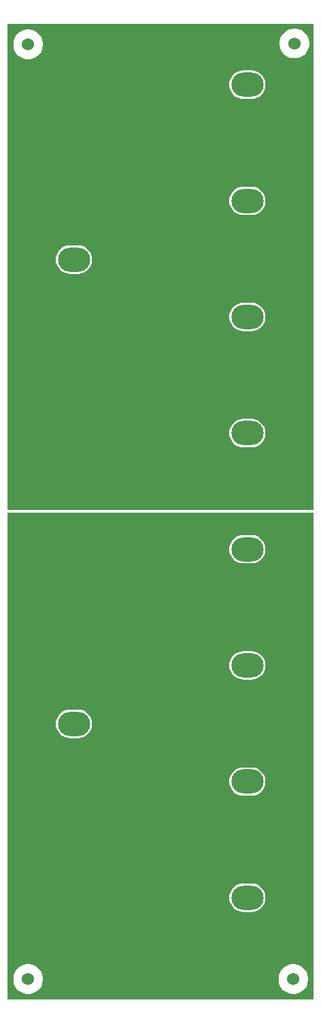
<source format=gbl>
G04*
G04 #@! TF.GenerationSoftware,Altium Limited,CircuitMaker,2.0.3 (51)*
G04*
G04 Layer_Physical_Order=2*
G04 Layer_Color=11436288*
%FSAX24Y24*%
%MOIN*%
G70*
G04*
G04 #@! TF.SameCoordinates,AC49E966-F875-4E81-9CB4-5C45FD5EEA16*
G04*
G04*
G04 #@! TF.FilePolarity,Positive*
G04*
G01*
G75*
%ADD13C,0.0100*%
%ADD18O,0.1575X0.1181*%
%ADD19C,0.0600*%
G36*
X051600Y002300D02*
X036600D01*
Y026100D01*
X051600D01*
Y002300D01*
D02*
G37*
G36*
Y026250D02*
X036600D01*
Y050000D01*
X051600D01*
Y026250D01*
D02*
G37*
%LPC*%
G36*
X048547Y025014D02*
X048153D01*
X048018Y025001D01*
X047888Y024961D01*
X047768Y024897D01*
X047662Y024811D01*
X047576Y024705D01*
X047512Y024586D01*
X047473Y024455D01*
X047459Y024320D01*
X047473Y024185D01*
X047512Y024054D01*
X047576Y023934D01*
X047662Y023829D01*
X047768Y023743D01*
X047888Y023679D01*
X048018Y023639D01*
X048153Y023626D01*
X048547D01*
X048682Y023639D01*
X048812Y023679D01*
X048932Y023743D01*
X049038Y023829D01*
X049124Y023934D01*
X049188Y024054D01*
X049227Y024185D01*
X049241Y024320D01*
X049227Y024455D01*
X049188Y024586D01*
X049124Y024705D01*
X049038Y024811D01*
X048932Y024897D01*
X048812Y024961D01*
X048682Y025001D01*
X048547Y025014D01*
D02*
G37*
G36*
Y019335D02*
X048153D01*
X048018Y019322D01*
X047888Y019282D01*
X047768Y019218D01*
X047662Y019132D01*
X047576Y019027D01*
X047512Y018907D01*
X047473Y018777D01*
X047459Y018641D01*
X047473Y018506D01*
X047512Y018376D01*
X047576Y018256D01*
X047662Y018151D01*
X047768Y018064D01*
X047888Y018000D01*
X048018Y017961D01*
X048153Y017947D01*
X048547D01*
X048682Y017961D01*
X048812Y018000D01*
X048932Y018064D01*
X049038Y018151D01*
X049124Y018256D01*
X049188Y018376D01*
X049227Y018506D01*
X049241Y018641D01*
X049227Y018777D01*
X049188Y018907D01*
X049124Y019027D01*
X049038Y019132D01*
X048932Y019218D01*
X048812Y019282D01*
X048682Y019322D01*
X048547Y019335D01*
D02*
G37*
G36*
X040047Y016478D02*
X039653D01*
X039518Y016465D01*
X039388Y016425D01*
X039268Y016361D01*
X039162Y016275D01*
X039076Y016170D01*
X039012Y016050D01*
X038973Y015920D01*
X038959Y015784D01*
X038973Y015649D01*
X039012Y015519D01*
X039076Y015399D01*
X039162Y015294D01*
X039268Y015207D01*
X039388Y015143D01*
X039518Y015104D01*
X039653Y015090D01*
X040047D01*
X040182Y015104D01*
X040312Y015143D01*
X040432Y015207D01*
X040538Y015294D01*
X040624Y015399D01*
X040688Y015519D01*
X040727Y015649D01*
X040741Y015784D01*
X040727Y015920D01*
X040688Y016050D01*
X040624Y016170D01*
X040538Y016275D01*
X040432Y016361D01*
X040312Y016425D01*
X040182Y016465D01*
X040047Y016478D01*
D02*
G37*
G36*
X048547Y013657D02*
X048153D01*
X048018Y013643D01*
X047888Y013604D01*
X047768Y013540D01*
X047662Y013453D01*
X047576Y013348D01*
X047512Y013228D01*
X047473Y013098D01*
X047459Y012963D01*
X047473Y012827D01*
X047512Y012697D01*
X047576Y012577D01*
X047662Y012472D01*
X047768Y012386D01*
X047888Y012322D01*
X048018Y012282D01*
X048153Y012269D01*
X048547D01*
X048682Y012282D01*
X048812Y012322D01*
X048932Y012386D01*
X049038Y012472D01*
X049124Y012577D01*
X049188Y012697D01*
X049227Y012827D01*
X049241Y012963D01*
X049227Y013098D01*
X049188Y013228D01*
X049124Y013348D01*
X049038Y013453D01*
X048932Y013540D01*
X048812Y013604D01*
X048682Y013643D01*
X048547Y013657D01*
D02*
G37*
G36*
Y007978D02*
X048153D01*
X048018Y007965D01*
X047888Y007925D01*
X047768Y007861D01*
X047662Y007775D01*
X047576Y007670D01*
X047512Y007550D01*
X047473Y007420D01*
X047459Y007284D01*
X047473Y007149D01*
X047512Y007019D01*
X047576Y006899D01*
X047662Y006794D01*
X047768Y006707D01*
X047888Y006643D01*
X048018Y006604D01*
X048153Y006590D01*
X048547D01*
X048682Y006604D01*
X048812Y006643D01*
X048932Y006707D01*
X049038Y006794D01*
X049124Y006899D01*
X049188Y007019D01*
X049227Y007149D01*
X049241Y007284D01*
X049227Y007420D01*
X049188Y007550D01*
X049124Y007670D01*
X049038Y007775D01*
X048932Y007861D01*
X048812Y007925D01*
X048682Y007965D01*
X048547Y007978D01*
D02*
G37*
G36*
X050671Y004025D02*
X050529D01*
X050389Y003997D01*
X050257Y003942D01*
X050138Y003863D01*
X050037Y003762D01*
X049958Y003643D01*
X049903Y003511D01*
X049875Y003371D01*
Y003229D01*
X049903Y003089D01*
X049958Y002957D01*
X050037Y002838D01*
X050138Y002737D01*
X050257Y002658D01*
X050389Y002603D01*
X050529Y002575D01*
X050671D01*
X050811Y002603D01*
X050943Y002658D01*
X051062Y002737D01*
X051163Y002838D01*
X051242Y002957D01*
X051297Y003089D01*
X051325Y003229D01*
Y003371D01*
X051297Y003511D01*
X051242Y003643D01*
X051163Y003762D01*
X051062Y003863D01*
X050943Y003942D01*
X050811Y003997D01*
X050671Y004025D01*
D02*
G37*
G36*
X037671D02*
X037529D01*
X037389Y003997D01*
X037257Y003942D01*
X037138Y003863D01*
X037037Y003762D01*
X036958Y003643D01*
X036903Y003511D01*
X036875Y003371D01*
Y003229D01*
X036903Y003089D01*
X036958Y002957D01*
X037037Y002838D01*
X037138Y002737D01*
X037257Y002658D01*
X037389Y002603D01*
X037529Y002575D01*
X037671D01*
X037811Y002603D01*
X037943Y002658D01*
X038062Y002737D01*
X038163Y002838D01*
X038242Y002957D01*
X038297Y003089D01*
X038325Y003229D01*
Y003371D01*
X038297Y003511D01*
X038242Y003643D01*
X038163Y003762D01*
X038062Y003863D01*
X037943Y003942D01*
X037811Y003997D01*
X037671Y004025D01*
D02*
G37*
G36*
X050721Y049775D02*
X050579D01*
X050439Y049747D01*
X050307Y049692D01*
X050188Y049613D01*
X050087Y049512D01*
X050008Y049393D01*
X049953Y049261D01*
X049925Y049121D01*
Y048979D01*
X049953Y048839D01*
X050008Y048707D01*
X050087Y048588D01*
X050188Y048487D01*
X050307Y048408D01*
X050439Y048353D01*
X050579Y048325D01*
X050721D01*
X050861Y048353D01*
X050993Y048408D01*
X051112Y048487D01*
X051213Y048588D01*
X051292Y048707D01*
X051347Y048839D01*
X051375Y048979D01*
Y049121D01*
X051347Y049261D01*
X051292Y049393D01*
X051213Y049512D01*
X051112Y049613D01*
X050993Y049692D01*
X050861Y049747D01*
X050721Y049775D01*
D02*
G37*
G36*
X037671Y049725D02*
X037529D01*
X037389Y049697D01*
X037257Y049642D01*
X037138Y049563D01*
X037037Y049462D01*
X036958Y049343D01*
X036903Y049211D01*
X036875Y049071D01*
Y048929D01*
X036903Y048789D01*
X036958Y048657D01*
X037037Y048538D01*
X037138Y048437D01*
X037257Y048358D01*
X037389Y048303D01*
X037529Y048275D01*
X037671D01*
X037811Y048303D01*
X037943Y048358D01*
X038062Y048437D01*
X038163Y048538D01*
X038242Y048657D01*
X038297Y048789D01*
X038325Y048929D01*
Y049071D01*
X038297Y049211D01*
X038242Y049343D01*
X038163Y049462D01*
X038062Y049563D01*
X037943Y049642D01*
X037811Y049697D01*
X037671Y049725D01*
D02*
G37*
G36*
X048547Y047728D02*
X048153D01*
X048018Y047715D01*
X047888Y047675D01*
X047768Y047611D01*
X047662Y047525D01*
X047576Y047420D01*
X047512Y047300D01*
X047473Y047170D01*
X047459Y047034D01*
X047473Y046899D01*
X047512Y046769D01*
X047576Y046649D01*
X047662Y046544D01*
X047768Y046457D01*
X047888Y046393D01*
X048018Y046354D01*
X048153Y046340D01*
X048547D01*
X048682Y046354D01*
X048812Y046393D01*
X048932Y046457D01*
X049038Y046544D01*
X049124Y046649D01*
X049188Y046769D01*
X049227Y046899D01*
X049241Y047034D01*
X049227Y047170D01*
X049188Y047300D01*
X049124Y047420D01*
X049038Y047525D01*
X048932Y047611D01*
X048812Y047675D01*
X048682Y047715D01*
X048547Y047728D01*
D02*
G37*
G36*
Y042050D02*
X048153D01*
X048018Y042036D01*
X047888Y041997D01*
X047768Y041933D01*
X047662Y041846D01*
X047576Y041741D01*
X047512Y041621D01*
X047473Y041491D01*
X047459Y041356D01*
X047473Y041220D01*
X047512Y041090D01*
X047576Y040970D01*
X047662Y040865D01*
X047768Y040779D01*
X047888Y040715D01*
X048018Y040675D01*
X048153Y040662D01*
X048547D01*
X048682Y040675D01*
X048812Y040715D01*
X048932Y040779D01*
X049038Y040865D01*
X049124Y040970D01*
X049188Y041090D01*
X049227Y041220D01*
X049241Y041356D01*
X049227Y041491D01*
X049188Y041621D01*
X049124Y041741D01*
X049038Y041846D01*
X048932Y041933D01*
X048812Y041997D01*
X048682Y042036D01*
X048547Y042050D01*
D02*
G37*
G36*
X040047Y039178D02*
X039653D01*
X039518Y039165D01*
X039388Y039125D01*
X039268Y039061D01*
X039162Y038975D01*
X039076Y038870D01*
X039012Y038750D01*
X038973Y038620D01*
X038959Y038484D01*
X038973Y038349D01*
X039012Y038219D01*
X039076Y038099D01*
X039162Y037994D01*
X039268Y037907D01*
X039388Y037843D01*
X039518Y037804D01*
X039653Y037790D01*
X040047D01*
X040182Y037804D01*
X040312Y037843D01*
X040432Y037907D01*
X040538Y037994D01*
X040624Y038099D01*
X040688Y038219D01*
X040727Y038349D01*
X040741Y038484D01*
X040727Y038620D01*
X040688Y038750D01*
X040624Y038870D01*
X040538Y038975D01*
X040432Y039061D01*
X040312Y039125D01*
X040182Y039165D01*
X040047Y039178D01*
D02*
G37*
G36*
X048547Y036371D02*
X048153D01*
X048018Y036358D01*
X047888Y036318D01*
X047768Y036254D01*
X047662Y036168D01*
X047576Y036063D01*
X047512Y035943D01*
X047473Y035812D01*
X047459Y035677D01*
X047473Y035542D01*
X047512Y035412D01*
X047576Y035292D01*
X047662Y035186D01*
X047768Y035100D01*
X047888Y035036D01*
X048018Y034997D01*
X048153Y034983D01*
X048547D01*
X048682Y034997D01*
X048812Y035036D01*
X048932Y035100D01*
X049038Y035186D01*
X049124Y035292D01*
X049188Y035412D01*
X049227Y035542D01*
X049241Y035677D01*
X049227Y035812D01*
X049188Y035943D01*
X049124Y036063D01*
X049038Y036168D01*
X048932Y036254D01*
X048812Y036318D01*
X048682Y036358D01*
X048547Y036371D01*
D02*
G37*
G36*
Y030692D02*
X048153D01*
X048018Y030679D01*
X047888Y030640D01*
X047768Y030575D01*
X047662Y030489D01*
X047576Y030384D01*
X047512Y030264D01*
X047473Y030134D01*
X047459Y029999D01*
X047473Y029863D01*
X047512Y029733D01*
X047576Y029613D01*
X047662Y029508D01*
X047768Y029422D01*
X047888Y029357D01*
X048018Y029318D01*
X048153Y029305D01*
X048547D01*
X048682Y029318D01*
X048812Y029357D01*
X048932Y029422D01*
X049038Y029508D01*
X049124Y029613D01*
X049188Y029733D01*
X049227Y029863D01*
X049241Y029999D01*
X049227Y030134D01*
X049188Y030264D01*
X049124Y030384D01*
X049038Y030489D01*
X048932Y030575D01*
X048812Y030640D01*
X048682Y030679D01*
X048547Y030692D01*
D02*
G37*
%LPD*%
D13*
X048596Y012909D02*
X048650Y012963D01*
D18*
X048350Y022351D02*
D03*
Y024320D02*
D03*
X039850Y015784D02*
D03*
Y013816D02*
D03*
Y038484D02*
D03*
Y036516D02*
D03*
X048350Y045066D02*
D03*
Y047034D02*
D03*
Y039387D02*
D03*
Y041356D02*
D03*
Y033709D02*
D03*
Y035677D02*
D03*
Y028030D02*
D03*
Y029999D02*
D03*
Y005316D02*
D03*
Y007284D02*
D03*
Y010994D02*
D03*
Y012963D02*
D03*
Y016673D02*
D03*
Y018641D02*
D03*
D19*
X037600Y003300D02*
D03*
X050600D02*
D03*
X050650Y049050D02*
D03*
X037600Y049000D02*
D03*
M02*

</source>
